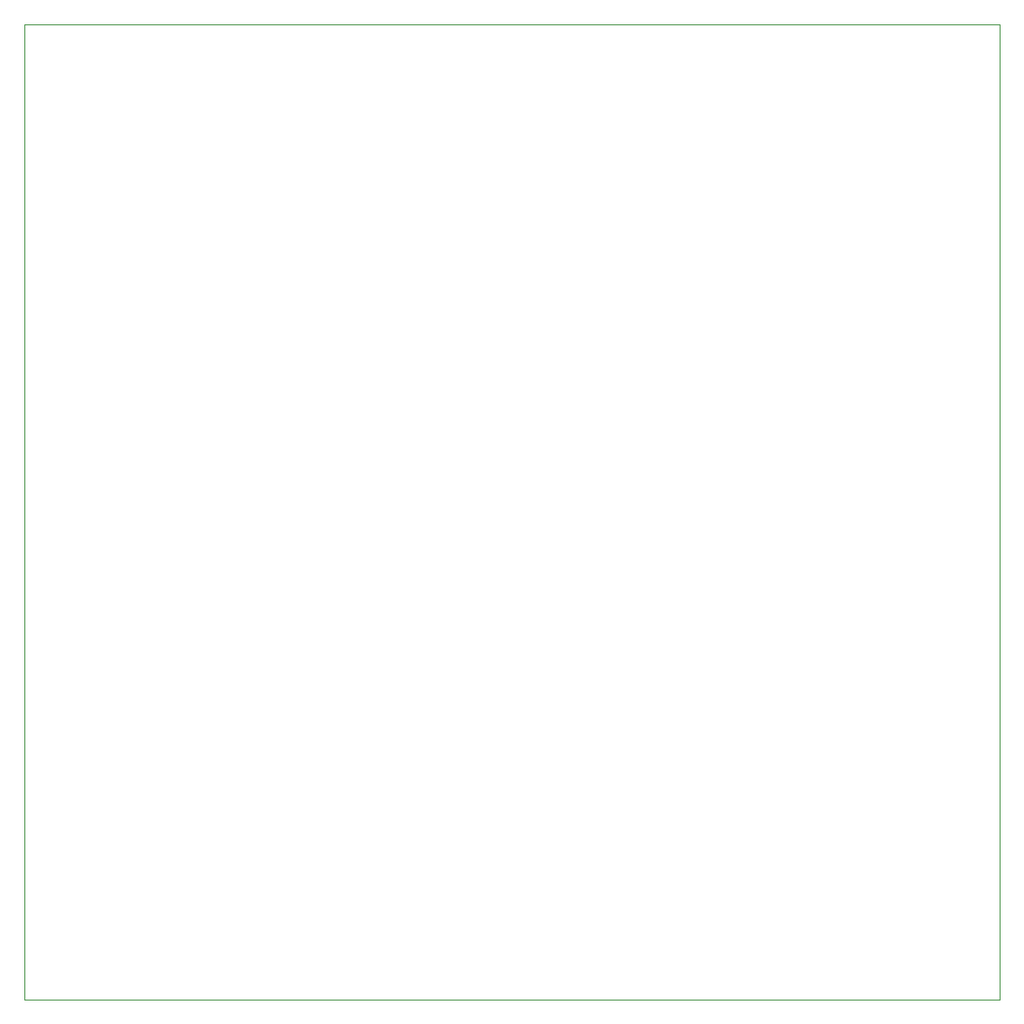
<source format=gm1>
G75*
G70*
%OFA0B0*%
%FSLAX24Y24*%
%IPPOS*%
%LPD*%
%AMOC8*
5,1,8,0,0,1.08239X$1,22.5*
%
%ADD10C,0.0000*%
D10*
X000450Y000450D02*
X000450Y036450D01*
X036450Y036450D01*
X036450Y000450D01*
X000450Y000450D01*
M02*

</source>
